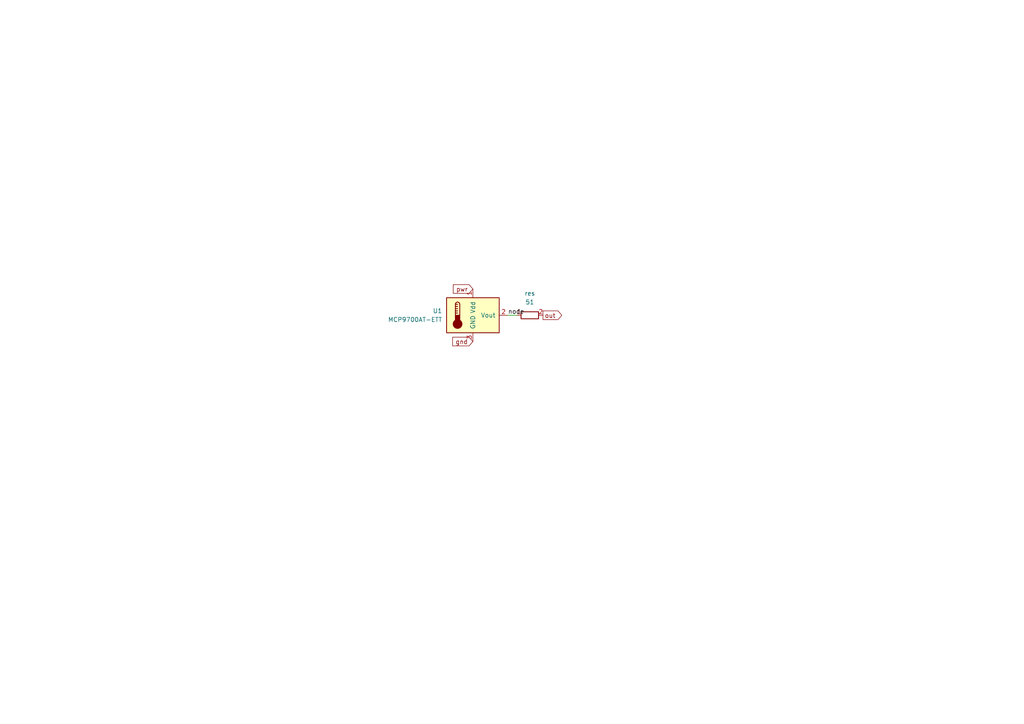
<source format=kicad_sch>
(kicad_sch (version 20211123) (generator eeschema)
  (paper "A4")
  (title_block (title "Simple Circuit") (date "2022-08-02") (rev "v01"))
  (lib_symbols
    (symbol "Device:R" (pin_names (offset 0))
      (property "Reference" "R" (at 2.032 0 90))
      (property "Value" "R" (at 0 0 90))
      (symbol "R_0_1"
        (rectangle (start -1.016 -2.54) (end 1.016 2.54) (stroke (width 0.254)))
      )
      (symbol "R_1_1"
        (pin passive line (at 0 3.81 270) (length 1.27) (name "~") (number "1"))
        (pin passive line (at 0 -3.81 90) (length 1.27) (name "~") (number "2"))
      )
    )
    (symbol "Sensor_Temperature:MCP9700AT-ETT" (pin_names (offset 1.016))
      (property "Reference" "U" (at -6.35 6.35 0))
      (property "Value" "MCP9700AT-ETT" (at 1.27 6.35 0))
      (symbol "MCP9700AT-ETT_0_1"
        (rectangle (start -7.62 5.08) (end 7.62 -5.08) (stroke (width 0.254)) (fill (type background)))
        (circle (center -4.445 -2.54) (radius 1.27) (stroke (width 0.254)) (fill (type outline)))
        (rectangle (start -3.81 -1.905) (end -5.08 0) (stroke (width 0.254)) (fill (type outline)))
        (arc (start -3.81 3.175) (mid -4.445 3.81) (end -5.08 3.175) (stroke (width 0.254)))
        (polyline (pts (xy -5.08 0.635) (xy -4.445 0.635)) (stroke (width 0.254)))
        (polyline (pts (xy -5.08 1.27) (xy -4.445 1.27)) (stroke (width 0.254)))
        (polyline (pts (xy -5.08 1.905) (xy -4.445 1.905)) (stroke (width 0.254)))
        (polyline (pts (xy -5.08 2.54) (xy -4.445 2.54)) (stroke (width 0.254)))
        (polyline (pts (xy -5.08 3.175) (xy -5.08 0)) (stroke (width 0.254)))
        (polyline (pts (xy -5.08 3.175) (xy -4.445 3.175)) (stroke (width 0.254)))
        (polyline (pts (xy -3.81 3.175) (xy -3.81 0)) (stroke (width 0.254)))
      )
      (symbol "MCP9700AT-ETT_1_1"
        (pin power_in line (at 0 7.62 270) (length 2.54) (name "Vdd") (number "1"))
        (pin output line (at 10.16 0 180) (length 2.54) (name "Vout") (number "2"))
        (pin power_in line (at 0 -7.62 90) (length 2.54) (name "GND") (number "3"))
      )
    )
  )
  (wire (pts (xy 149.86 91.44) (xy 147.32 91.44)))
  (label "node" (at 147.32 91.44 0))
  (global_label "out" (shape output) (at 157.48 91.44 0) (property "Intersheet References" "${INTERSHEET_REFS}" (effects hide)))
  (global_label "gnd" (shape input) (at 137.16 99.06 180) (property "Intersheet References" "${INTERSHEET_REFS}" (effects hide)))
  (global_label "pwr" (shape input) (at 137.16 83.82 180) (property "Intersheet References" "${INTERSHEET_REFS}" (effects hide)))
  (symbol (lib_id "Sensor_Temperature:MCP9700AT-ETT") (at 137.16 91.44 0) (unit 1)
    (property "Reference" "U1" (at 128.27 90.1699 0) (effects (justify right)))
    (property "Value" "MCP9700AT-ETT" (at 128.27 92.7099 0) (effects (justify right)))
    (property "Footprint" "Package_TO_SOT_SMD:SOT-23" (effects hide))
    (property "Datasheet" "http://ww1.microchip.com/downloads/en/DeviceDoc/21942e.pdf" (effects hide))
    (property "JLCPCB Part #" "C127949" (effects hide))
  )
  (symbol (lib_id "Device:R") (at 153.67 91.44 90) (unit 1)
    (property "Reference" "res" (at 153.67 85.09 90))
    (property "Value" "51" (at 153.67 87.63 90))
  )
)
</source>
